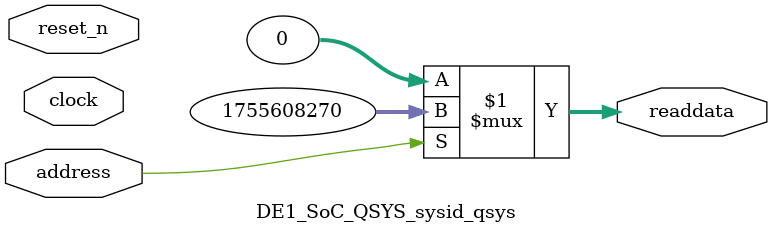
<source format=v>



// synthesis translate_off
`timescale 1ns / 1ps
// synthesis translate_on

// turn off superfluous verilog processor warnings 
// altera message_level Level1 
// altera message_off 10034 10035 10036 10037 10230 10240 10030 

module DE1_SoC_QSYS_sysid_qsys (
               // inputs:
                address,
                clock,
                reset_n,

               // outputs:
                readdata
             )
;

  output  [ 31: 0] readdata;
  input            address;
  input            clock;
  input            reset_n;

  wire    [ 31: 0] readdata;
  //control_slave, which is an e_avalon_slave
  assign readdata = address ? 1755608270 : 0;

endmodule



</source>
